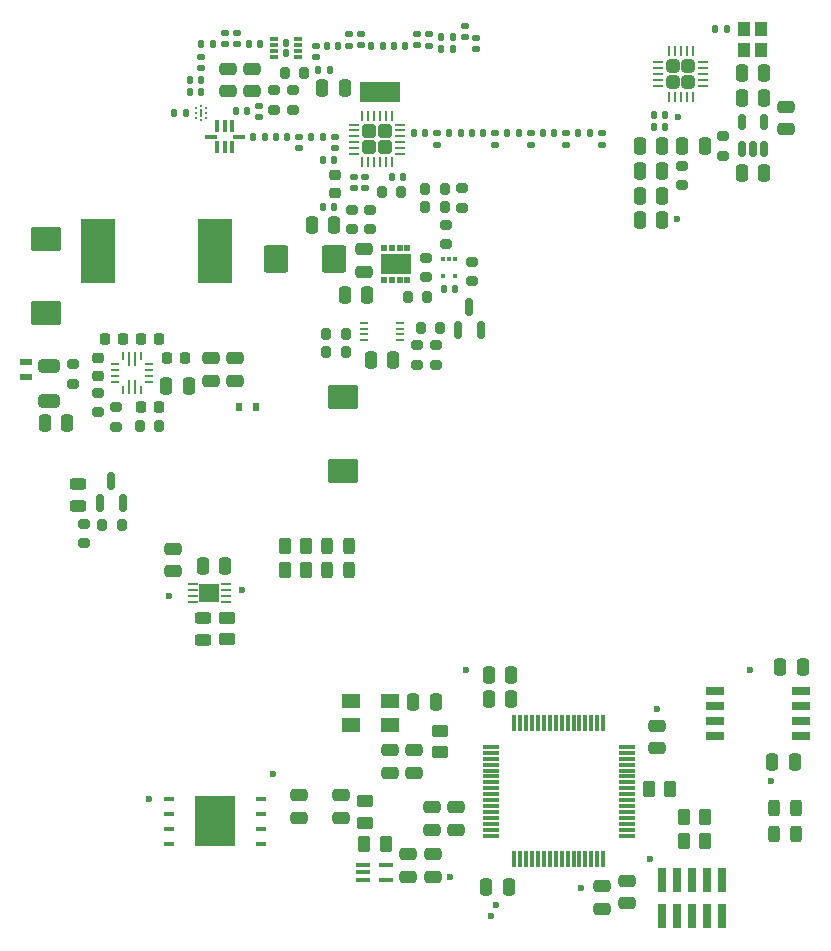
<source format=gtp>
G04 #@! TF.GenerationSoftware,KiCad,Pcbnew,(6.0.1)*
G04 #@! TF.CreationDate,2023-01-09T21:21:48+01:00*
G04 #@! TF.ProjectId,STS1_COBC_V2,53545331-5f43-44f4-9243-5f56322e6b69,rev?*
G04 #@! TF.SameCoordinates,Original*
G04 #@! TF.FileFunction,Paste,Top*
G04 #@! TF.FilePolarity,Positive*
%FSLAX46Y46*%
G04 Gerber Fmt 4.6, Leading zero omitted, Abs format (unit mm)*
G04 Created by KiCad (PCBNEW (6.0.1)) date 2023-01-09 21:21:48*
%MOMM*%
%LPD*%
G01*
G04 APERTURE LIST*
G04 Aperture macros list*
%AMRoundRect*
0 Rectangle with rounded corners*
0 $1 Rounding radius*
0 $2 $3 $4 $5 $6 $7 $8 $9 X,Y pos of 4 corners*
0 Add a 4 corners polygon primitive as box body*
4,1,4,$2,$3,$4,$5,$6,$7,$8,$9,$2,$3,0*
0 Add four circle primitives for the rounded corners*
1,1,$1+$1,$2,$3*
1,1,$1+$1,$4,$5*
1,1,$1+$1,$6,$7*
1,1,$1+$1,$8,$9*
0 Add four rect primitives between the rounded corners*
20,1,$1+$1,$2,$3,$4,$5,0*
20,1,$1+$1,$4,$5,$6,$7,0*
20,1,$1+$1,$6,$7,$8,$9,0*
20,1,$1+$1,$8,$9,$2,$3,0*%
G04 Aperture macros list end*
%ADD10RoundRect,0.140000X0.140000X0.170000X-0.140000X0.170000X-0.140000X-0.170000X0.140000X-0.170000X0*%
%ADD11RoundRect,0.243750X0.456250X-0.243750X0.456250X0.243750X-0.456250X0.243750X-0.456250X-0.243750X0*%
%ADD12RoundRect,0.147500X0.147500X0.172500X-0.147500X0.172500X-0.147500X-0.172500X0.147500X-0.172500X0*%
%ADD13R,1.600000X1.300000*%
%ADD14RoundRect,0.250000X-0.475000X0.250000X-0.475000X-0.250000X0.475000X-0.250000X0.475000X0.250000X0*%
%ADD15C,0.600000*%
%ADD16RoundRect,0.250000X0.250000X0.475000X-0.250000X0.475000X-0.250000X-0.475000X0.250000X-0.475000X0*%
%ADD17RoundRect,0.250000X0.450000X-0.262500X0.450000X0.262500X-0.450000X0.262500X-0.450000X-0.262500X0*%
%ADD18RoundRect,0.140000X-0.140000X-0.170000X0.140000X-0.170000X0.140000X0.170000X-0.140000X0.170000X0*%
%ADD19RoundRect,0.250000X-0.250000X-0.475000X0.250000X-0.475000X0.250000X0.475000X-0.250000X0.475000X0*%
%ADD20RoundRect,0.140000X0.170000X-0.140000X0.170000X0.140000X-0.170000X0.140000X-0.170000X-0.140000X0*%
%ADD21RoundRect,0.225000X-0.250000X0.225000X-0.250000X-0.225000X0.250000X-0.225000X0.250000X0.225000X0*%
%ADD22RoundRect,0.200000X0.275000X-0.200000X0.275000X0.200000X-0.275000X0.200000X-0.275000X-0.200000X0*%
%ADD23R,1.650000X0.650000*%
%ADD24RoundRect,0.200000X-0.275000X0.200000X-0.275000X-0.200000X0.275000X-0.200000X0.275000X0.200000X0*%
%ADD25RoundRect,0.250000X-0.262500X-0.450000X0.262500X-0.450000X0.262500X0.450000X-0.262500X0.450000X0*%
%ADD26RoundRect,0.140000X-0.170000X0.140000X-0.170000X-0.140000X0.170000X-0.140000X0.170000X0.140000X0*%
%ADD27RoundRect,0.250000X-0.650000X0.325000X-0.650000X-0.325000X0.650000X-0.325000X0.650000X0.325000X0*%
%ADD28R,0.950000X0.450000*%
%ADD29R,3.450000X4.350000*%
%ADD30RoundRect,0.250000X0.335000X0.335000X-0.335000X0.335000X-0.335000X-0.335000X0.335000X-0.335000X0*%
%ADD31RoundRect,0.062500X0.350000X0.062500X-0.350000X0.062500X-0.350000X-0.062500X0.350000X-0.062500X0*%
%ADD32RoundRect,0.062500X0.062500X0.350000X-0.062500X0.350000X-0.062500X-0.350000X0.062500X-0.350000X0*%
%ADD33RoundRect,0.147500X-0.172500X0.147500X-0.172500X-0.147500X0.172500X-0.147500X0.172500X0.147500X0*%
%ADD34RoundRect,0.218750X-0.256250X0.218750X-0.256250X-0.218750X0.256250X-0.218750X0.256250X0.218750X0*%
%ADD35R,0.760000X2.030000*%
%ADD36RoundRect,0.250000X0.787500X0.925000X-0.787500X0.925000X-0.787500X-0.925000X0.787500X-0.925000X0*%
%ADD37RoundRect,0.200000X-0.200000X-0.275000X0.200000X-0.275000X0.200000X0.275000X-0.200000X0.275000X0*%
%ADD38RoundRect,0.200000X0.200000X0.275000X-0.200000X0.275000X-0.200000X-0.275000X0.200000X-0.275000X0*%
%ADD39RoundRect,0.243750X0.243750X0.456250X-0.243750X0.456250X-0.243750X-0.456250X0.243750X-0.456250X0*%
%ADD40RoundRect,0.250000X-0.450000X0.262500X-0.450000X-0.262500X0.450000X-0.262500X0.450000X0.262500X0*%
%ADD41R,0.807999X0.254800*%
%ADD42R,1.752600X1.549400*%
%ADD43RoundRect,0.250000X0.475000X-0.250000X0.475000X0.250000X-0.475000X0.250000X-0.475000X-0.250000X0*%
%ADD44RoundRect,0.243750X-0.456250X0.243750X-0.456250X-0.243750X0.456250X-0.243750X0.456250X0.243750X0*%
%ADD45RoundRect,0.225000X-0.225000X-0.250000X0.225000X-0.250000X0.225000X0.250000X-0.225000X0.250000X0*%
%ADD46RoundRect,0.250000X-0.315000X-0.315000X0.315000X-0.315000X0.315000X0.315000X-0.315000X0.315000X0*%
%ADD47RoundRect,0.062500X-0.362500X-0.062500X0.362500X-0.062500X0.362500X0.062500X-0.362500X0.062500X0*%
%ADD48RoundRect,0.062500X-0.062500X-0.362500X0.062500X-0.362500X0.062500X0.362500X-0.062500X0.362500X0*%
%ADD49RoundRect,0.150000X0.150000X-0.587500X0.150000X0.587500X-0.150000X0.587500X-0.150000X-0.587500X0*%
%ADD50RoundRect,0.147500X-0.147500X-0.172500X0.147500X-0.172500X0.147500X0.172500X-0.147500X0.172500X0*%
%ADD51R,0.470000X0.560000*%
%ADD52R,2.520000X1.700000*%
%ADD53R,0.750000X0.250000*%
%ADD54R,1.000000X1.150000*%
%ADD55R,1.475000X0.300000*%
%ADD56R,0.300000X1.475000*%
%ADD57R,1.000000X0.625000*%
%ADD58RoundRect,0.250000X-1.025000X0.787500X-1.025000X-0.787500X1.025000X-0.787500X1.025000X0.787500X0*%
%ADD59RoundRect,0.225000X0.225000X0.250000X-0.225000X0.250000X-0.225000X-0.250000X0.225000X-0.250000X0*%
%ADD60R,0.350000X1.000000*%
%ADD61R,1.000000X0.350000*%
%ADD62RoundRect,0.147500X0.172500X-0.147500X0.172500X0.147500X-0.172500X0.147500X-0.172500X-0.147500X0*%
%ADD63R,0.300000X0.450000*%
%ADD64R,3.400000X1.800000*%
%ADD65R,2.900000X5.400000*%
%ADD66RoundRect,0.140000X-0.140000X-0.180000X0.140000X-0.180000X0.140000X0.180000X-0.140000X0.180000X0*%
%ADD67RoundRect,0.075000X-0.275000X-0.075000X0.275000X-0.075000X0.275000X0.075000X-0.275000X0.075000X0*%
%ADD68R,1.200000X0.400000*%
%ADD69RoundRect,0.020000X-0.080000X-0.080000X0.080000X-0.080000X0.080000X0.080000X-0.080000X0.080000X0*%
%ADD70RoundRect,0.020000X-0.080000X-0.280000X0.080000X-0.280000X0.080000X0.280000X-0.080000X0.280000X0*%
%ADD71RoundRect,0.150000X0.150000X-0.512500X0.150000X0.512500X-0.150000X0.512500X-0.150000X-0.512500X0*%
%ADD72RoundRect,0.250000X1.025000X-0.787500X1.025000X0.787500X-1.025000X0.787500X-1.025000X-0.787500X0*%
%ADD73R,0.600000X0.700000*%
%ADD74R,0.711200X0.254000*%
%ADD75R,0.254000X0.711200*%
%ADD76R,0.254000X1.193800*%
G04 APERTURE END LIST*
D10*
X150012540Y-45600000D03*
X149052540Y-45600000D03*
D11*
X128038000Y-84557500D03*
X128038000Y-82682500D03*
D12*
X145717540Y-53300000D03*
X144747540Y-53300000D03*
D13*
X154412540Y-101080000D03*
X151112540Y-101080000D03*
X151112540Y-103080000D03*
X154412540Y-103080000D03*
D14*
X141256000Y-72075500D03*
X141256000Y-73975500D03*
D15*
X144532540Y-107300000D03*
D16*
X149682540Y-60800000D03*
X147782540Y-60800000D03*
D17*
X152332540Y-111412500D03*
X152332540Y-109587500D03*
D18*
X141352540Y-51100000D03*
X142312540Y-51100000D03*
D19*
X179182540Y-54100000D03*
X181082540Y-54100000D03*
D20*
X160732540Y-44880000D03*
X160732540Y-43920000D03*
D21*
X129675000Y-72013500D03*
X129675000Y-73563500D03*
D16*
X127093000Y-77531500D03*
X125193000Y-77531500D03*
D14*
X172402540Y-116780000D03*
X172402540Y-118680000D03*
D22*
X129699000Y-76641500D03*
X129699000Y-74991500D03*
D15*
X184937000Y-98475500D03*
X162932540Y-119300000D03*
D16*
X164675000Y-100892000D03*
X162775000Y-100892000D03*
D20*
X140432540Y-45480000D03*
X140432540Y-44520000D03*
D23*
X181894000Y-100268000D03*
X181894000Y-101538000D03*
X181894000Y-102808000D03*
X181894000Y-104078000D03*
X189244000Y-104078000D03*
X189244000Y-102808000D03*
X189244000Y-101538000D03*
X189244000Y-100268000D03*
D16*
X177482540Y-56200000D03*
X175582540Y-56200000D03*
D12*
X165317540Y-53000000D03*
X164347540Y-53000000D03*
D24*
X160532540Y-57675000D03*
X160532540Y-59325000D03*
D18*
X148752540Y-55300000D03*
X149712540Y-55300000D03*
D25*
X152220040Y-113200000D03*
X154045040Y-113200000D03*
D26*
X138432540Y-46520000D03*
X138432540Y-47480000D03*
D22*
X161332540Y-65525000D03*
X161332540Y-63875000D03*
D27*
X125575000Y-72738500D03*
X125575000Y-75688500D03*
D15*
X170632540Y-116900000D03*
D10*
X143812540Y-53300000D03*
X142852540Y-53300000D03*
X162312540Y-53000000D03*
X161352540Y-53000000D03*
D20*
X156732540Y-45580000D03*
X156732540Y-44620000D03*
D14*
X174462540Y-116300000D03*
X174462540Y-118200000D03*
D28*
X135707540Y-109345000D03*
X135707540Y-110615000D03*
X135707540Y-111885000D03*
X135707540Y-113155000D03*
X143507540Y-113155000D03*
X143507540Y-111885000D03*
X143507540Y-110615000D03*
X143507540Y-109345000D03*
D29*
X139607540Y-111250000D03*
D26*
X163332540Y-53020000D03*
X163332540Y-53980000D03*
D12*
X160417540Y-53000000D03*
X159447540Y-53000000D03*
D16*
X177482540Y-54100000D03*
X175582540Y-54100000D03*
D30*
X152632540Y-54200000D03*
X153982540Y-54200000D03*
X153982540Y-52850000D03*
X152632540Y-52850000D03*
D31*
X155270040Y-54775000D03*
X155270040Y-54275000D03*
X155270040Y-53775000D03*
X155270040Y-53275000D03*
X155270040Y-52775000D03*
X155270040Y-52275000D03*
D32*
X154557540Y-51562500D03*
X154057540Y-51562500D03*
X153557540Y-51562500D03*
X153057540Y-51562500D03*
X152557540Y-51562500D03*
X152057540Y-51562500D03*
D31*
X151345040Y-52275000D03*
X151345040Y-52775000D03*
X151345040Y-53275000D03*
X151345040Y-53775000D03*
X151345040Y-54275000D03*
X151345040Y-54775000D03*
D32*
X152057540Y-55487500D03*
X152557540Y-55487500D03*
X153057540Y-55487500D03*
X153557540Y-55487500D03*
X154057540Y-55487500D03*
X154557540Y-55487500D03*
D10*
X137112540Y-51300000D03*
X136152540Y-51300000D03*
D15*
X160832540Y-98500000D03*
D10*
X159712540Y-45900000D03*
X158752540Y-45900000D03*
D12*
X139417540Y-45500000D03*
X138447540Y-45500000D03*
D33*
X161732540Y-44915000D03*
X161732540Y-45885000D03*
D34*
X149732540Y-56512500D03*
X149732540Y-58087500D03*
D35*
X177410000Y-119317500D03*
X177410000Y-116267500D03*
X178680000Y-119317500D03*
X178680000Y-116267500D03*
X179950000Y-119317500D03*
X179950000Y-116267500D03*
X181220000Y-119317500D03*
X181220000Y-116267500D03*
X182490000Y-119317500D03*
X182490000Y-116267500D03*
D15*
X178832540Y-51600000D03*
D18*
X158952540Y-66200000D03*
X159912540Y-66200000D03*
D24*
X156732540Y-70975000D03*
X156732540Y-72625000D03*
D16*
X177482540Y-60400000D03*
X175582540Y-60400000D03*
D24*
X159132540Y-60775000D03*
X159132540Y-62425000D03*
D14*
X156472540Y-105270000D03*
X156472540Y-107170000D03*
D20*
X152332540Y-57680000D03*
X152332540Y-56720000D03*
D36*
X149695040Y-63700000D03*
X144770040Y-63700000D03*
D37*
X155907540Y-66900000D03*
X157557540Y-66900000D03*
D38*
X150657540Y-70000000D03*
X149007540Y-70000000D03*
X159057540Y-59300000D03*
X157407540Y-59300000D03*
D10*
X177712540Y-51500000D03*
X176752540Y-51500000D03*
D39*
X188792500Y-112322000D03*
X186917500Y-112322000D03*
D40*
X140612540Y-94035000D03*
X140612540Y-95860000D03*
D10*
X138412540Y-48500000D03*
X137452540Y-48500000D03*
D37*
X130071000Y-86160000D03*
X131721000Y-86160000D03*
D25*
X145517000Y-89962000D03*
X147342000Y-89962000D03*
D41*
X137727940Y-91201907D03*
X137727940Y-91701908D03*
X137727940Y-92201908D03*
X137727940Y-92701909D03*
X140517140Y-92701909D03*
X140517140Y-92201908D03*
X140517140Y-91701908D03*
X140517140Y-91201907D03*
D42*
X139122540Y-91951908D03*
D14*
X152232540Y-62850000D03*
X152232540Y-64750000D03*
D10*
X143412540Y-45500000D03*
X142452540Y-45500000D03*
X155512540Y-56700000D03*
X154552540Y-56700000D03*
D43*
X154432540Y-107150000D03*
X154432540Y-105250000D03*
D12*
X159717540Y-44900000D03*
X158747540Y-44900000D03*
D44*
X138592540Y-94030000D03*
X138592540Y-95905000D03*
D15*
X163432540Y-118350000D03*
D33*
X151332540Y-56715000D03*
X151332540Y-57685000D03*
X157732540Y-44615000D03*
X157732540Y-45585000D03*
D43*
X158022540Y-115960000D03*
X158022540Y-114060000D03*
D45*
X133300000Y-76213500D03*
X134850000Y-76213500D03*
D46*
X178382540Y-47350000D03*
X179682540Y-48650000D03*
X178382540Y-48650000D03*
X179682540Y-47350000D03*
D47*
X177107540Y-47000000D03*
X177107540Y-47500000D03*
X177107540Y-48000000D03*
X177107540Y-48500000D03*
X177107540Y-49000000D03*
D48*
X178032540Y-49925000D03*
X178532540Y-49925000D03*
X179032540Y-49925000D03*
X179532540Y-49925000D03*
X180032540Y-49925000D03*
D47*
X180957540Y-49000000D03*
X180957540Y-48500000D03*
X180957540Y-48000000D03*
X180957540Y-47500000D03*
X180957540Y-47000000D03*
D48*
X180032540Y-46075000D03*
X179532540Y-46075000D03*
X179032540Y-46075000D03*
X178532540Y-46075000D03*
X178032540Y-46075000D03*
D37*
X133250000Y-77813500D03*
X134900000Y-77813500D03*
D19*
X187479000Y-98225000D03*
X189379000Y-98225000D03*
D49*
X129882000Y-84303500D03*
X131782000Y-84303500D03*
X130832000Y-82428500D03*
D25*
X179287500Y-112900000D03*
X181112500Y-112900000D03*
D33*
X146732540Y-53315000D03*
X146732540Y-54285000D03*
D15*
X186712000Y-107877000D03*
D10*
X182912540Y-44200000D03*
X181952540Y-44200000D03*
D43*
X155972540Y-115960000D03*
X155972540Y-114060000D03*
D50*
X137447540Y-49500000D03*
X138417540Y-49500000D03*
D51*
X153932140Y-65470000D03*
X154582140Y-65470000D03*
X155232140Y-65470000D03*
X155882140Y-65470000D03*
X155882140Y-62730000D03*
X155232140Y-62730000D03*
X154582140Y-62730000D03*
X153932140Y-62730000D03*
D52*
X154932540Y-64100000D03*
D49*
X160182540Y-69637500D03*
X162082540Y-69637500D03*
X161132540Y-67762500D03*
D53*
X155282540Y-70550000D03*
X155282540Y-70050000D03*
X155282540Y-69550000D03*
X155282540Y-69050000D03*
X152182540Y-69050000D03*
X152182540Y-69550000D03*
X152182540Y-70050000D03*
X152182540Y-70550000D03*
D43*
X146707540Y-110950000D03*
X146707540Y-109050000D03*
D33*
X148132540Y-45615000D03*
X148132540Y-46585000D03*
D12*
X168317540Y-53000000D03*
X167347540Y-53000000D03*
D39*
X188792500Y-110163000D03*
X186917500Y-110163000D03*
D26*
X143332540Y-50720000D03*
X143332540Y-51680000D03*
D19*
X135475000Y-74413500D03*
X137375000Y-74413500D03*
D54*
X185832540Y-45975000D03*
X185832540Y-44225000D03*
X184432540Y-44225000D03*
X184432540Y-45975000D03*
D38*
X155357540Y-58000000D03*
X153707540Y-58000000D03*
D37*
X149012000Y-71575500D03*
X150662000Y-71575500D03*
D38*
X147157540Y-47900000D03*
X145507540Y-47900000D03*
D10*
X177712540Y-52500000D03*
X176752540Y-52500000D03*
D45*
X135528000Y-72070500D03*
X137078000Y-72070500D03*
D26*
X169332540Y-53020000D03*
X169332540Y-53980000D03*
D24*
X144632540Y-49375000D03*
X144632540Y-51025000D03*
D19*
X152782540Y-72200000D03*
X154682540Y-72200000D03*
D22*
X182632540Y-54925000D03*
X182632540Y-53275000D03*
D39*
X150937500Y-90000000D03*
X149062500Y-90000000D03*
D10*
X149712540Y-59300000D03*
X148752540Y-59300000D03*
D55*
X162969540Y-104975000D03*
X162969540Y-105475000D03*
X162969540Y-105975000D03*
X162969540Y-106475000D03*
X162969540Y-106975000D03*
X162969540Y-107475000D03*
X162969540Y-107975000D03*
X162969540Y-108475000D03*
X162969540Y-108975000D03*
X162969540Y-109475000D03*
X162969540Y-109975000D03*
X162969540Y-110475000D03*
X162969540Y-110975000D03*
X162969540Y-111475000D03*
X162969540Y-111975000D03*
X162969540Y-112475000D03*
D56*
X164957540Y-114463000D03*
X165457540Y-114463000D03*
X165957540Y-114463000D03*
X166457540Y-114463000D03*
X166957540Y-114463000D03*
X167457540Y-114463000D03*
X167957540Y-114463000D03*
X168457540Y-114463000D03*
X168957540Y-114463000D03*
X169457540Y-114463000D03*
X169957540Y-114463000D03*
X170457540Y-114463000D03*
X170957540Y-114463000D03*
X171457540Y-114463000D03*
X171957540Y-114463000D03*
X172457540Y-114463000D03*
D55*
X174445540Y-112475000D03*
X174445540Y-111975000D03*
X174445540Y-111475000D03*
X174445540Y-110975000D03*
X174445540Y-110475000D03*
X174445540Y-109975000D03*
X174445540Y-109475000D03*
X174445540Y-108975000D03*
X174445540Y-108475000D03*
X174445540Y-107975000D03*
X174445540Y-107475000D03*
X174445540Y-106975000D03*
X174445540Y-106475000D03*
X174445540Y-105975000D03*
X174445540Y-105475000D03*
X174445540Y-104975000D03*
D56*
X172457540Y-102987000D03*
X171957540Y-102987000D03*
X171457540Y-102987000D03*
X170957540Y-102987000D03*
X170457540Y-102987000D03*
X169957540Y-102987000D03*
X169457540Y-102987000D03*
X168957540Y-102987000D03*
X168457540Y-102987000D03*
X167957540Y-102987000D03*
X167457540Y-102987000D03*
X166957540Y-102987000D03*
X166457540Y-102987000D03*
X165957540Y-102987000D03*
X165457540Y-102987000D03*
X164957540Y-102987000D03*
D15*
X178732540Y-60300000D03*
D37*
X157407540Y-57700000D03*
X159057540Y-57700000D03*
D57*
X123575000Y-72401000D03*
X123575000Y-73626000D03*
D43*
X142732540Y-49450000D03*
X142732540Y-47550000D03*
D16*
X152482540Y-66700000D03*
X150582540Y-66700000D03*
D22*
X146232540Y-51025000D03*
X146232540Y-49375000D03*
D33*
X150932540Y-44615000D03*
X150932540Y-45585000D03*
X158432540Y-53015000D03*
X158432540Y-53985000D03*
D10*
X171312540Y-53000000D03*
X170352540Y-53000000D03*
D17*
X158662540Y-105422500D03*
X158662540Y-103597500D03*
D19*
X162582540Y-116800000D03*
X164482540Y-116800000D03*
D25*
X145517000Y-87938000D03*
X147342000Y-87938000D03*
D15*
X134007000Y-109401000D03*
D58*
X150437000Y-75363000D03*
X150437000Y-81588000D03*
D43*
X187932540Y-52650000D03*
X187932540Y-50750000D03*
D10*
X148712540Y-53300000D03*
X147752540Y-53300000D03*
D59*
X131850000Y-70413500D03*
X130300000Y-70413500D03*
D25*
X176320040Y-108500000D03*
X178145040Y-108500000D03*
D14*
X177022540Y-103200000D03*
X177022540Y-105100000D03*
D60*
X141082540Y-52400000D03*
X140432540Y-52400000D03*
X139782540Y-52400000D03*
D61*
X139232540Y-53300000D03*
D60*
X139782540Y-54200000D03*
X140432540Y-54200000D03*
X141082540Y-54200000D03*
D61*
X141632540Y-53300000D03*
D20*
X151932540Y-45580000D03*
X151932540Y-44620000D03*
D37*
X157007540Y-69500000D03*
X158657540Y-69500000D03*
D62*
X149732540Y-54285000D03*
X149732540Y-53315000D03*
D22*
X157432540Y-65225000D03*
X157432540Y-63575000D03*
D63*
X159932540Y-63700000D03*
X159432540Y-63700000D03*
X158932540Y-63700000D03*
X158932540Y-65100000D03*
X159932540Y-65100000D03*
D64*
X153532540Y-49500000D03*
D43*
X150232540Y-110950000D03*
X150232540Y-109050000D03*
D16*
X177482540Y-58300000D03*
X175582540Y-58300000D03*
D15*
X177032540Y-101800000D03*
D16*
X158292540Y-101160000D03*
X156392540Y-101160000D03*
D15*
X176400000Y-114500000D03*
D65*
X129725000Y-63013500D03*
X139625000Y-63013500D03*
D66*
X145632540Y-46200000D03*
X145632540Y-45400000D03*
D67*
X144632540Y-45050000D03*
X144632540Y-45550000D03*
X144632540Y-46050000D03*
X144632540Y-46550000D03*
X146632540Y-46550000D03*
X146632540Y-46050000D03*
X146632540Y-45550000D03*
X146632540Y-45050000D03*
D24*
X131223000Y-76198500D03*
X131223000Y-77848500D03*
D33*
X141432540Y-44515000D03*
X141432540Y-45485000D03*
D68*
X152142540Y-114950000D03*
X152142540Y-115600000D03*
X152142540Y-116250000D03*
X154042540Y-116250000D03*
X154042540Y-114950000D03*
D39*
X150937500Y-87938000D03*
X149062500Y-87938000D03*
D45*
X133300000Y-70413500D03*
X134850000Y-70413500D03*
D10*
X153812540Y-45600000D03*
X152852540Y-45600000D03*
D43*
X140732540Y-49450000D03*
X140732540Y-47550000D03*
D19*
X138552540Y-89667500D03*
X140452540Y-89667500D03*
D33*
X172332540Y-53015000D03*
X172332540Y-53985000D03*
D14*
X139224000Y-72075500D03*
X139224000Y-73975500D03*
D25*
X179287500Y-110868000D03*
X181112500Y-110868000D03*
D43*
X157962540Y-111980000D03*
X157962540Y-110080000D03*
D15*
X159532540Y-116000000D03*
X135742540Y-92187500D03*
D19*
X184182540Y-50000000D03*
X186082540Y-50000000D03*
D26*
X166332540Y-53020000D03*
X166332540Y-53980000D03*
D24*
X127575000Y-72588500D03*
X127575000Y-74238500D03*
D16*
X188678000Y-106226000D03*
X186778000Y-106226000D03*
D24*
X128546000Y-86097000D03*
X128546000Y-87747000D03*
D22*
X151232540Y-61125000D03*
X151232540Y-59475000D03*
D12*
X155717540Y-45600000D03*
X154747540Y-45600000D03*
D69*
X138032540Y-50900000D03*
X138032540Y-51300000D03*
X138032540Y-51700000D03*
X138432540Y-51900000D03*
X138832540Y-51700000D03*
X138832540Y-51300000D03*
X138832540Y-50900000D03*
X138432540Y-50700000D03*
D70*
X138432540Y-51300000D03*
D22*
X158332540Y-72625000D03*
X158332540Y-70975000D03*
D24*
X179132540Y-55775000D03*
X179132540Y-57425000D03*
D19*
X148682540Y-49200000D03*
X150582540Y-49200000D03*
D71*
X184182540Y-54337500D03*
X185132540Y-54337500D03*
X186082540Y-54337500D03*
X186082540Y-52062500D03*
X184182540Y-52062500D03*
D16*
X164675000Y-98860000D03*
X162775000Y-98860000D03*
D19*
X184182540Y-47900000D03*
X186082540Y-47900000D03*
D24*
X152732540Y-59475000D03*
X152732540Y-61125000D03*
D14*
X160002540Y-110070000D03*
X160002540Y-111970000D03*
D72*
X125275000Y-68212500D03*
X125275000Y-61987500D03*
D18*
X148352540Y-47700000D03*
X149312540Y-47700000D03*
D14*
X136032540Y-88197500D03*
X136032540Y-90097500D03*
D73*
X143037000Y-76175500D03*
X141637000Y-76175500D03*
D74*
X131125000Y-72563499D03*
X131125000Y-73063500D03*
X131125000Y-73563500D03*
X131125000Y-74063501D03*
D75*
X131824938Y-74763586D03*
D76*
X132325064Y-74522286D03*
X132825000Y-74522286D03*
D75*
X133325062Y-74763586D03*
D74*
X134025000Y-74063501D03*
X134025000Y-73563500D03*
X134025000Y-73063500D03*
X134025000Y-72563499D03*
D75*
X133325001Y-71863500D03*
D76*
X132825000Y-72104790D03*
X132325000Y-72104790D03*
D75*
X131824999Y-71863500D03*
D10*
X157412540Y-53000000D03*
X156452540Y-53000000D03*
D19*
X184182540Y-56400000D03*
X186082540Y-56400000D03*
D15*
X141922540Y-91697500D03*
M02*

</source>
